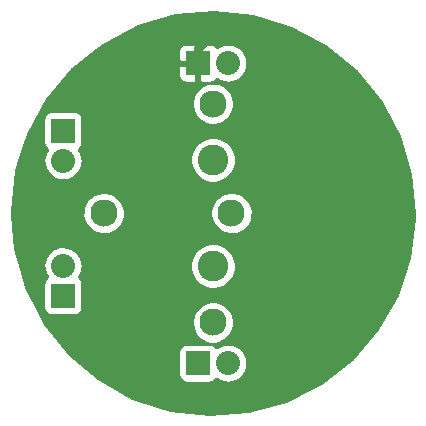
<source format=gtl>
%TF.GenerationSoftware,KiCad,Pcbnew,4.1.0-alpha+201609021633+7109~49~ubuntu16.04.1-product*%
%TF.CreationDate,2016-09-14T14:31:16+05:30*%
%TF.ProjectId,OTS2_encA,4F5453325F656E63412E6B696361645F,rev?*%
%TF.FileFunction,Copper,L1,Top,Signal*%
%FSLAX46Y46*%
G04 Gerber Fmt 4.6, Leading zero omitted, Abs format (unit mm)*
G04 Created by KiCad (PCBNEW 4.1.0-alpha+201609021633+7109~49~ubuntu16.04.1-product) date Wed Sep 14 14:31:16 2016*
%MOMM*%
%LPD*%
G01*
G04 APERTURE LIST*
%ADD10C,0.101600*%
%ADD11C,2.300000*%
%ADD12C,2.600000*%
%ADD13R,2.032000X2.032000*%
%ADD14O,2.032000X2.032000*%
%ADD15C,0.762000*%
%ADD16C,0.762000*%
%ADD17C,0.254000*%
G04 APERTURE END LIST*
D10*
D11*
X44115000Y-91440000D03*
D12*
X42545000Y-86940000D03*
D11*
X42545000Y-82180000D03*
D12*
X42545000Y-95940000D03*
D11*
X42545000Y-100700000D03*
X33285000Y-91440000D03*
D13*
X29845000Y-98425000D03*
D14*
X29845000Y-95885000D03*
D13*
X29845000Y-84455000D03*
D14*
X29845000Y-86995000D03*
D13*
X41275000Y-78740000D03*
D14*
X43815000Y-78740000D03*
D13*
X41275000Y-104140000D03*
D14*
X43815000Y-104140000D03*
D15*
X29845000Y-95885000D03*
X46990000Y-80264000D03*
D16*
X45974000Y-76454000D02*
X42291000Y-76454000D01*
X42291000Y-76454000D02*
X41275000Y-77470000D01*
X41275000Y-77470000D02*
X41275000Y-78740000D01*
X46990000Y-77470000D02*
X45974000Y-76454000D01*
X46990000Y-80264000D02*
X46990000Y-77470000D01*
D17*
G36*
X45972051Y-74744707D02*
X49149583Y-75728318D01*
X52075548Y-77310381D01*
X54638498Y-79430637D01*
X56740810Y-82008326D01*
X58302408Y-84945265D01*
X59263811Y-88129586D01*
X59588400Y-91440000D01*
X59581755Y-91915880D01*
X59164861Y-95215940D01*
X58114921Y-98372175D01*
X56471927Y-101264367D01*
X54298462Y-103782351D01*
X51677310Y-105830219D01*
X48708312Y-107329967D01*
X45504555Y-108224472D01*
X42188070Y-108479662D01*
X38885180Y-108085816D01*
X35721691Y-107057937D01*
X32818100Y-105435174D01*
X30285004Y-103279340D01*
X30161883Y-103124000D01*
X39620928Y-103124000D01*
X39620928Y-105156000D01*
X39633188Y-105280482D01*
X39669498Y-105400180D01*
X39728463Y-105510494D01*
X39807815Y-105607185D01*
X39904506Y-105686537D01*
X40014820Y-105745502D01*
X40134518Y-105781812D01*
X40259000Y-105794072D01*
X42291000Y-105794072D01*
X42415482Y-105781812D01*
X42535180Y-105745502D01*
X42645494Y-105686537D01*
X42742185Y-105607185D01*
X42821537Y-105510494D01*
X42840761Y-105474528D01*
X42891773Y-105516729D01*
X43175212Y-105669984D01*
X43483020Y-105765267D01*
X43803474Y-105798948D01*
X44124367Y-105769744D01*
X44433475Y-105678769D01*
X44719027Y-105529486D01*
X44970144Y-105327582D01*
X45177262Y-105080749D01*
X45332492Y-104798386D01*
X45429922Y-104491250D01*
X45465839Y-104171040D01*
X45466000Y-104147988D01*
X45466000Y-104132012D01*
X45434557Y-103811331D01*
X45341426Y-103502865D01*
X45190153Y-103218363D01*
X44986501Y-102968661D01*
X44738227Y-102763271D01*
X44454788Y-102610016D01*
X44146980Y-102514733D01*
X43826526Y-102481052D01*
X43505633Y-102510256D01*
X43196525Y-102601231D01*
X42910973Y-102750514D01*
X42841320Y-102806517D01*
X42821537Y-102769506D01*
X42742185Y-102672815D01*
X42645494Y-102593463D01*
X42535180Y-102534498D01*
X42415482Y-102498188D01*
X42291000Y-102485928D01*
X40259000Y-102485928D01*
X40134518Y-102498188D01*
X40014820Y-102534498D01*
X39904506Y-102593463D01*
X39807815Y-102672815D01*
X39728463Y-102769506D01*
X39669498Y-102879820D01*
X39633188Y-102999518D01*
X39620928Y-103124000D01*
X30161883Y-103124000D01*
X28359602Y-100850088D01*
X40757654Y-100850088D01*
X40820845Y-101194393D01*
X40949710Y-101519868D01*
X41139338Y-101814114D01*
X41382508Y-102065923D01*
X41669957Y-102265705D01*
X41990736Y-102405850D01*
X42332626Y-102481020D01*
X42682606Y-102488351D01*
X43027345Y-102427564D01*
X43353711Y-102300975D01*
X43649273Y-102113405D01*
X43902774Y-101871999D01*
X44104558Y-101585952D01*
X44246939Y-101266160D01*
X44324494Y-100924802D01*
X44330077Y-100524972D01*
X44262084Y-100181582D01*
X44128687Y-99857938D01*
X43934969Y-99566369D01*
X43688307Y-99317979D01*
X43398097Y-99122230D01*
X43075393Y-98986577D01*
X42732486Y-98916189D01*
X42382438Y-98913745D01*
X42038582Y-98979339D01*
X41714015Y-99110472D01*
X41421100Y-99302151D01*
X41170994Y-99547072D01*
X40973224Y-99835909D01*
X40835322Y-100157658D01*
X40762541Y-100500065D01*
X40757654Y-100850088D01*
X28359602Y-100850088D01*
X28218887Y-100672550D01*
X26698447Y-97714094D01*
X26170658Y-95873474D01*
X28186052Y-95873474D01*
X28215256Y-96194367D01*
X28306231Y-96503475D01*
X28455514Y-96789027D01*
X28511517Y-96858680D01*
X28474506Y-96878463D01*
X28377815Y-96957815D01*
X28298463Y-97054506D01*
X28239498Y-97164820D01*
X28203188Y-97284518D01*
X28190928Y-97409000D01*
X28190928Y-99441000D01*
X28203188Y-99565482D01*
X28239498Y-99685180D01*
X28298463Y-99795494D01*
X28377815Y-99892185D01*
X28474506Y-99971537D01*
X28584820Y-100030502D01*
X28704518Y-100066812D01*
X28829000Y-100079072D01*
X30861000Y-100079072D01*
X30985482Y-100066812D01*
X31105180Y-100030502D01*
X31215494Y-99971537D01*
X31312185Y-99892185D01*
X31391537Y-99795494D01*
X31450502Y-99685180D01*
X31486812Y-99565482D01*
X31499072Y-99441000D01*
X31499072Y-97409000D01*
X31486812Y-97284518D01*
X31450502Y-97164820D01*
X31391537Y-97054506D01*
X31312185Y-96957815D01*
X31215494Y-96878463D01*
X31179528Y-96859239D01*
X31221729Y-96808227D01*
X31374984Y-96524788D01*
X31470267Y-96216980D01*
X31482278Y-96102700D01*
X40607456Y-96102700D01*
X40675958Y-96475939D01*
X40815652Y-96828764D01*
X41021215Y-97147737D01*
X41284820Y-97420707D01*
X41596424Y-97637277D01*
X41944159Y-97789199D01*
X42314780Y-97870685D01*
X42694170Y-97878632D01*
X43067878Y-97812738D01*
X43421670Y-97675511D01*
X43742069Y-97472179D01*
X44016873Y-97210487D01*
X44235614Y-96900402D01*
X44389959Y-96553736D01*
X44474031Y-96183693D01*
X44480083Y-95750263D01*
X44406377Y-95378017D01*
X44261771Y-95027177D01*
X44051773Y-94711106D01*
X43784384Y-94441843D01*
X43469786Y-94229644D01*
X43119964Y-94082592D01*
X42748241Y-94006288D01*
X42368777Y-94003639D01*
X41996026Y-94074745D01*
X41644184Y-94216899D01*
X41326655Y-94424684D01*
X41055532Y-94690188D01*
X40841142Y-95003296D01*
X40691651Y-95352083D01*
X40612754Y-95723264D01*
X40607456Y-96102700D01*
X31482278Y-96102700D01*
X31503948Y-95896526D01*
X31474744Y-95575633D01*
X31383769Y-95266525D01*
X31234486Y-94980973D01*
X31032582Y-94729856D01*
X30785749Y-94522738D01*
X30503386Y-94367508D01*
X30196250Y-94270078D01*
X29876040Y-94234161D01*
X29852988Y-94234000D01*
X29837012Y-94234000D01*
X29516331Y-94265443D01*
X29207865Y-94358574D01*
X28923363Y-94509847D01*
X28673661Y-94713499D01*
X28468271Y-94961773D01*
X28315016Y-95245212D01*
X28219733Y-95553020D01*
X28186052Y-95873474D01*
X26170658Y-95873474D01*
X25781598Y-94516660D01*
X25535847Y-91590088D01*
X31497654Y-91590088D01*
X31560845Y-91934393D01*
X31689710Y-92259868D01*
X31879338Y-92554114D01*
X32122508Y-92805923D01*
X32409957Y-93005705D01*
X32730736Y-93145850D01*
X33072626Y-93221020D01*
X33422606Y-93228351D01*
X33767345Y-93167564D01*
X34093711Y-93040975D01*
X34389273Y-92853405D01*
X34642774Y-92611999D01*
X34844558Y-92325952D01*
X34986939Y-92006160D01*
X35064494Y-91664802D01*
X35065537Y-91590088D01*
X42327654Y-91590088D01*
X42390845Y-91934393D01*
X42519710Y-92259868D01*
X42709338Y-92554114D01*
X42952508Y-92805923D01*
X43239957Y-93005705D01*
X43560736Y-93145850D01*
X43902626Y-93221020D01*
X44252606Y-93228351D01*
X44597345Y-93167564D01*
X44923711Y-93040975D01*
X45219273Y-92853405D01*
X45472774Y-92611999D01*
X45674558Y-92325952D01*
X45816939Y-92006160D01*
X45894494Y-91664802D01*
X45900077Y-91264972D01*
X45832084Y-90921582D01*
X45698687Y-90597938D01*
X45504969Y-90306369D01*
X45258307Y-90057979D01*
X44968097Y-89862230D01*
X44645393Y-89726577D01*
X44302486Y-89656189D01*
X43952438Y-89653745D01*
X43608582Y-89719339D01*
X43284015Y-89850472D01*
X42991100Y-90042151D01*
X42740994Y-90287072D01*
X42543224Y-90575909D01*
X42405322Y-90897658D01*
X42332541Y-91240065D01*
X42327654Y-91590088D01*
X35065537Y-91590088D01*
X35070077Y-91264972D01*
X35002084Y-90921582D01*
X34868687Y-90597938D01*
X34674969Y-90306369D01*
X34428307Y-90057979D01*
X34138097Y-89862230D01*
X33815393Y-89726577D01*
X33472486Y-89656189D01*
X33122438Y-89653745D01*
X32778582Y-89719339D01*
X32454015Y-89850472D01*
X32161100Y-90042151D01*
X31910994Y-90287072D01*
X31713224Y-90575909D01*
X31575322Y-90897658D01*
X31502541Y-91240065D01*
X31497654Y-91590088D01*
X25535847Y-91590088D01*
X25503261Y-91202037D01*
X25874039Y-87896478D01*
X26163660Y-86983474D01*
X28186052Y-86983474D01*
X28215256Y-87304367D01*
X28306231Y-87613475D01*
X28455514Y-87899027D01*
X28657418Y-88150144D01*
X28904251Y-88357262D01*
X29186614Y-88512492D01*
X29493750Y-88609922D01*
X29813960Y-88645839D01*
X29837012Y-88646000D01*
X29852988Y-88646000D01*
X30173669Y-88614557D01*
X30482135Y-88521426D01*
X30766637Y-88370153D01*
X31016339Y-88166501D01*
X31221729Y-87918227D01*
X31374984Y-87634788D01*
X31470267Y-87326980D01*
X31493839Y-87102700D01*
X40607456Y-87102700D01*
X40675958Y-87475939D01*
X40815652Y-87828764D01*
X41021215Y-88147737D01*
X41284820Y-88420707D01*
X41596424Y-88637277D01*
X41944159Y-88789199D01*
X42314780Y-88870685D01*
X42694170Y-88878632D01*
X43067878Y-88812738D01*
X43421670Y-88675511D01*
X43742069Y-88472179D01*
X44016873Y-88210487D01*
X44235614Y-87900402D01*
X44389959Y-87553736D01*
X44474031Y-87183693D01*
X44480083Y-86750263D01*
X44406377Y-86378017D01*
X44261771Y-86027177D01*
X44051773Y-85711106D01*
X43784384Y-85441843D01*
X43469786Y-85229644D01*
X43119964Y-85082592D01*
X42748241Y-85006288D01*
X42368777Y-85003639D01*
X41996026Y-85074745D01*
X41644184Y-85216899D01*
X41326655Y-85424684D01*
X41055532Y-85690188D01*
X40841142Y-86003296D01*
X40691651Y-86352083D01*
X40612754Y-86723264D01*
X40607456Y-87102700D01*
X31493839Y-87102700D01*
X31503948Y-87006526D01*
X31474744Y-86685633D01*
X31383769Y-86376525D01*
X31234486Y-86090973D01*
X31178483Y-86021320D01*
X31215494Y-86001537D01*
X31312185Y-85922185D01*
X31391537Y-85825494D01*
X31450502Y-85715180D01*
X31486812Y-85595482D01*
X31499072Y-85471000D01*
X31499072Y-83439000D01*
X31486812Y-83314518D01*
X31450502Y-83194820D01*
X31391537Y-83084506D01*
X31312185Y-82987815D01*
X31215494Y-82908463D01*
X31105180Y-82849498D01*
X30985482Y-82813188D01*
X30861000Y-82800928D01*
X28829000Y-82800928D01*
X28704518Y-82813188D01*
X28584820Y-82849498D01*
X28474506Y-82908463D01*
X28377815Y-82987815D01*
X28298463Y-83084506D01*
X28239498Y-83194820D01*
X28203188Y-83314518D01*
X28190928Y-83439000D01*
X28190928Y-85471000D01*
X28203188Y-85595482D01*
X28239498Y-85715180D01*
X28298463Y-85825494D01*
X28377815Y-85922185D01*
X28474506Y-86001537D01*
X28510472Y-86020761D01*
X28468271Y-86071773D01*
X28315016Y-86355212D01*
X28219733Y-86663020D01*
X28186052Y-86983474D01*
X26163660Y-86983474D01*
X26879809Y-84725890D01*
X28196912Y-82330088D01*
X40757654Y-82330088D01*
X40820845Y-82674393D01*
X40949710Y-82999868D01*
X41139338Y-83294114D01*
X41382508Y-83545923D01*
X41669957Y-83745705D01*
X41990736Y-83885850D01*
X42332626Y-83961020D01*
X42682606Y-83968351D01*
X43027345Y-83907564D01*
X43353711Y-83780975D01*
X43649273Y-83593405D01*
X43902774Y-83351999D01*
X44104558Y-83065952D01*
X44246939Y-82746160D01*
X44324494Y-82404802D01*
X44330077Y-82004972D01*
X44262084Y-81661582D01*
X44128687Y-81337938D01*
X43934969Y-81046369D01*
X43688307Y-80797979D01*
X43398097Y-80602230D01*
X43075393Y-80466577D01*
X42732486Y-80396189D01*
X42382438Y-80393745D01*
X42038582Y-80459339D01*
X41714015Y-80590472D01*
X41421100Y-80782151D01*
X41170994Y-81027072D01*
X40973224Y-81315909D01*
X40835322Y-81637658D01*
X40762541Y-81980065D01*
X40757654Y-82330088D01*
X28196912Y-82330088D01*
X28482261Y-81811041D01*
X30620358Y-79262956D01*
X30915382Y-79025750D01*
X39624000Y-79025750D01*
X39624000Y-79818542D01*
X39648403Y-79941223D01*
X39696270Y-80056785D01*
X39765763Y-80160789D01*
X39854211Y-80249237D01*
X39958215Y-80318730D01*
X40073777Y-80366597D01*
X40196458Y-80391000D01*
X40989250Y-80391000D01*
X41148000Y-80232250D01*
X41148000Y-78867000D01*
X39782750Y-78867000D01*
X39624000Y-79025750D01*
X30915382Y-79025750D01*
X32612219Y-77661458D01*
X39624000Y-77661458D01*
X39624000Y-78454250D01*
X39782750Y-78613000D01*
X41148000Y-78613000D01*
X41148000Y-77247750D01*
X41402000Y-77247750D01*
X41402000Y-78613000D01*
X41422000Y-78613000D01*
X41422000Y-78867000D01*
X41402000Y-78867000D01*
X41402000Y-80232250D01*
X41560750Y-80391000D01*
X42353542Y-80391000D01*
X42476223Y-80366597D01*
X42591785Y-80318730D01*
X42695789Y-80249237D01*
X42784237Y-80160789D01*
X42841478Y-80075121D01*
X42891773Y-80116729D01*
X43175212Y-80269984D01*
X43483020Y-80365267D01*
X43803474Y-80398948D01*
X44124367Y-80369744D01*
X44433475Y-80278769D01*
X44719027Y-80129486D01*
X44970144Y-79927582D01*
X45177262Y-79680749D01*
X45332492Y-79398386D01*
X45429922Y-79091250D01*
X45465839Y-78771040D01*
X45466000Y-78747988D01*
X45466000Y-78732012D01*
X45434557Y-78411331D01*
X45341426Y-78102865D01*
X45190153Y-77818363D01*
X44986501Y-77568661D01*
X44738227Y-77363271D01*
X44454788Y-77210016D01*
X44146980Y-77114733D01*
X43826526Y-77081052D01*
X43505633Y-77110256D01*
X43196525Y-77201231D01*
X42910973Y-77350514D01*
X42842135Y-77405862D01*
X42784237Y-77319211D01*
X42695789Y-77230763D01*
X42591785Y-77161270D01*
X42476223Y-77113403D01*
X42353542Y-77089000D01*
X41560750Y-77089000D01*
X41402000Y-77247750D01*
X41148000Y-77247750D01*
X40989250Y-77089000D01*
X40196458Y-77089000D01*
X40073777Y-77113403D01*
X39958215Y-77161270D01*
X39854211Y-77230763D01*
X39765763Y-77319211D01*
X39696270Y-77423215D01*
X39648403Y-77538777D01*
X39624000Y-77661458D01*
X32612219Y-77661458D01*
X33212661Y-77178691D01*
X36160430Y-75637635D01*
X39351385Y-74698485D01*
X42663984Y-74397015D01*
X45972051Y-74744707D01*
X45972051Y-74744707D01*
G37*
X45972051Y-74744707D02*
X49149583Y-75728318D01*
X52075548Y-77310381D01*
X54638498Y-79430637D01*
X56740810Y-82008326D01*
X58302408Y-84945265D01*
X59263811Y-88129586D01*
X59588400Y-91440000D01*
X59581755Y-91915880D01*
X59164861Y-95215940D01*
X58114921Y-98372175D01*
X56471927Y-101264367D01*
X54298462Y-103782351D01*
X51677310Y-105830219D01*
X48708312Y-107329967D01*
X45504555Y-108224472D01*
X42188070Y-108479662D01*
X38885180Y-108085816D01*
X35721691Y-107057937D01*
X32818100Y-105435174D01*
X30285004Y-103279340D01*
X30161883Y-103124000D01*
X39620928Y-103124000D01*
X39620928Y-105156000D01*
X39633188Y-105280482D01*
X39669498Y-105400180D01*
X39728463Y-105510494D01*
X39807815Y-105607185D01*
X39904506Y-105686537D01*
X40014820Y-105745502D01*
X40134518Y-105781812D01*
X40259000Y-105794072D01*
X42291000Y-105794072D01*
X42415482Y-105781812D01*
X42535180Y-105745502D01*
X42645494Y-105686537D01*
X42742185Y-105607185D01*
X42821537Y-105510494D01*
X42840761Y-105474528D01*
X42891773Y-105516729D01*
X43175212Y-105669984D01*
X43483020Y-105765267D01*
X43803474Y-105798948D01*
X44124367Y-105769744D01*
X44433475Y-105678769D01*
X44719027Y-105529486D01*
X44970144Y-105327582D01*
X45177262Y-105080749D01*
X45332492Y-104798386D01*
X45429922Y-104491250D01*
X45465839Y-104171040D01*
X45466000Y-104147988D01*
X45466000Y-104132012D01*
X45434557Y-103811331D01*
X45341426Y-103502865D01*
X45190153Y-103218363D01*
X44986501Y-102968661D01*
X44738227Y-102763271D01*
X44454788Y-102610016D01*
X44146980Y-102514733D01*
X43826526Y-102481052D01*
X43505633Y-102510256D01*
X43196525Y-102601231D01*
X42910973Y-102750514D01*
X42841320Y-102806517D01*
X42821537Y-102769506D01*
X42742185Y-102672815D01*
X42645494Y-102593463D01*
X42535180Y-102534498D01*
X42415482Y-102498188D01*
X42291000Y-102485928D01*
X40259000Y-102485928D01*
X40134518Y-102498188D01*
X40014820Y-102534498D01*
X39904506Y-102593463D01*
X39807815Y-102672815D01*
X39728463Y-102769506D01*
X39669498Y-102879820D01*
X39633188Y-102999518D01*
X39620928Y-103124000D01*
X30161883Y-103124000D01*
X28359602Y-100850088D01*
X40757654Y-100850088D01*
X40820845Y-101194393D01*
X40949710Y-101519868D01*
X41139338Y-101814114D01*
X41382508Y-102065923D01*
X41669957Y-102265705D01*
X41990736Y-102405850D01*
X42332626Y-102481020D01*
X42682606Y-102488351D01*
X43027345Y-102427564D01*
X43353711Y-102300975D01*
X43649273Y-102113405D01*
X43902774Y-101871999D01*
X44104558Y-101585952D01*
X44246939Y-101266160D01*
X44324494Y-100924802D01*
X44330077Y-100524972D01*
X44262084Y-100181582D01*
X44128687Y-99857938D01*
X43934969Y-99566369D01*
X43688307Y-99317979D01*
X43398097Y-99122230D01*
X43075393Y-98986577D01*
X42732486Y-98916189D01*
X42382438Y-98913745D01*
X42038582Y-98979339D01*
X41714015Y-99110472D01*
X41421100Y-99302151D01*
X41170994Y-99547072D01*
X40973224Y-99835909D01*
X40835322Y-100157658D01*
X40762541Y-100500065D01*
X40757654Y-100850088D01*
X28359602Y-100850088D01*
X28218887Y-100672550D01*
X26698447Y-97714094D01*
X26170658Y-95873474D01*
X28186052Y-95873474D01*
X28215256Y-96194367D01*
X28306231Y-96503475D01*
X28455514Y-96789027D01*
X28511517Y-96858680D01*
X28474506Y-96878463D01*
X28377815Y-96957815D01*
X28298463Y-97054506D01*
X28239498Y-97164820D01*
X28203188Y-97284518D01*
X28190928Y-97409000D01*
X28190928Y-99441000D01*
X28203188Y-99565482D01*
X28239498Y-99685180D01*
X28298463Y-99795494D01*
X28377815Y-99892185D01*
X28474506Y-99971537D01*
X28584820Y-100030502D01*
X28704518Y-100066812D01*
X28829000Y-100079072D01*
X30861000Y-100079072D01*
X30985482Y-100066812D01*
X31105180Y-100030502D01*
X31215494Y-99971537D01*
X31312185Y-99892185D01*
X31391537Y-99795494D01*
X31450502Y-99685180D01*
X31486812Y-99565482D01*
X31499072Y-99441000D01*
X31499072Y-97409000D01*
X31486812Y-97284518D01*
X31450502Y-97164820D01*
X31391537Y-97054506D01*
X31312185Y-96957815D01*
X31215494Y-96878463D01*
X31179528Y-96859239D01*
X31221729Y-96808227D01*
X31374984Y-96524788D01*
X31470267Y-96216980D01*
X31482278Y-96102700D01*
X40607456Y-96102700D01*
X40675958Y-96475939D01*
X40815652Y-96828764D01*
X41021215Y-97147737D01*
X41284820Y-97420707D01*
X41596424Y-97637277D01*
X41944159Y-97789199D01*
X42314780Y-97870685D01*
X42694170Y-97878632D01*
X43067878Y-97812738D01*
X43421670Y-97675511D01*
X43742069Y-97472179D01*
X44016873Y-97210487D01*
X44235614Y-96900402D01*
X44389959Y-96553736D01*
X44474031Y-96183693D01*
X44480083Y-95750263D01*
X44406377Y-95378017D01*
X44261771Y-95027177D01*
X44051773Y-94711106D01*
X43784384Y-94441843D01*
X43469786Y-94229644D01*
X43119964Y-94082592D01*
X42748241Y-94006288D01*
X42368777Y-94003639D01*
X41996026Y-94074745D01*
X41644184Y-94216899D01*
X41326655Y-94424684D01*
X41055532Y-94690188D01*
X40841142Y-95003296D01*
X40691651Y-95352083D01*
X40612754Y-95723264D01*
X40607456Y-96102700D01*
X31482278Y-96102700D01*
X31503948Y-95896526D01*
X31474744Y-95575633D01*
X31383769Y-95266525D01*
X31234486Y-94980973D01*
X31032582Y-94729856D01*
X30785749Y-94522738D01*
X30503386Y-94367508D01*
X30196250Y-94270078D01*
X29876040Y-94234161D01*
X29852988Y-94234000D01*
X29837012Y-94234000D01*
X29516331Y-94265443D01*
X29207865Y-94358574D01*
X28923363Y-94509847D01*
X28673661Y-94713499D01*
X28468271Y-94961773D01*
X28315016Y-95245212D01*
X28219733Y-95553020D01*
X28186052Y-95873474D01*
X26170658Y-95873474D01*
X25781598Y-94516660D01*
X25535847Y-91590088D01*
X31497654Y-91590088D01*
X31560845Y-91934393D01*
X31689710Y-92259868D01*
X31879338Y-92554114D01*
X32122508Y-92805923D01*
X32409957Y-93005705D01*
X32730736Y-93145850D01*
X33072626Y-93221020D01*
X33422606Y-93228351D01*
X33767345Y-93167564D01*
X34093711Y-93040975D01*
X34389273Y-92853405D01*
X34642774Y-92611999D01*
X34844558Y-92325952D01*
X34986939Y-92006160D01*
X35064494Y-91664802D01*
X35065537Y-91590088D01*
X42327654Y-91590088D01*
X42390845Y-91934393D01*
X42519710Y-92259868D01*
X42709338Y-92554114D01*
X42952508Y-92805923D01*
X43239957Y-93005705D01*
X43560736Y-93145850D01*
X43902626Y-93221020D01*
X44252606Y-93228351D01*
X44597345Y-93167564D01*
X44923711Y-93040975D01*
X45219273Y-92853405D01*
X45472774Y-92611999D01*
X45674558Y-92325952D01*
X45816939Y-92006160D01*
X45894494Y-91664802D01*
X45900077Y-91264972D01*
X45832084Y-90921582D01*
X45698687Y-90597938D01*
X45504969Y-90306369D01*
X45258307Y-90057979D01*
X44968097Y-89862230D01*
X44645393Y-89726577D01*
X44302486Y-89656189D01*
X43952438Y-89653745D01*
X43608582Y-89719339D01*
X43284015Y-89850472D01*
X42991100Y-90042151D01*
X42740994Y-90287072D01*
X42543224Y-90575909D01*
X42405322Y-90897658D01*
X42332541Y-91240065D01*
X42327654Y-91590088D01*
X35065537Y-91590088D01*
X35070077Y-91264972D01*
X35002084Y-90921582D01*
X34868687Y-90597938D01*
X34674969Y-90306369D01*
X34428307Y-90057979D01*
X34138097Y-89862230D01*
X33815393Y-89726577D01*
X33472486Y-89656189D01*
X33122438Y-89653745D01*
X32778582Y-89719339D01*
X32454015Y-89850472D01*
X32161100Y-90042151D01*
X31910994Y-90287072D01*
X31713224Y-90575909D01*
X31575322Y-90897658D01*
X31502541Y-91240065D01*
X31497654Y-91590088D01*
X25535847Y-91590088D01*
X25503261Y-91202037D01*
X25874039Y-87896478D01*
X26163660Y-86983474D01*
X28186052Y-86983474D01*
X28215256Y-87304367D01*
X28306231Y-87613475D01*
X28455514Y-87899027D01*
X28657418Y-88150144D01*
X28904251Y-88357262D01*
X29186614Y-88512492D01*
X29493750Y-88609922D01*
X29813960Y-88645839D01*
X29837012Y-88646000D01*
X29852988Y-88646000D01*
X30173669Y-88614557D01*
X30482135Y-88521426D01*
X30766637Y-88370153D01*
X31016339Y-88166501D01*
X31221729Y-87918227D01*
X31374984Y-87634788D01*
X31470267Y-87326980D01*
X31493839Y-87102700D01*
X40607456Y-87102700D01*
X40675958Y-87475939D01*
X40815652Y-87828764D01*
X41021215Y-88147737D01*
X41284820Y-88420707D01*
X41596424Y-88637277D01*
X41944159Y-88789199D01*
X42314780Y-88870685D01*
X42694170Y-88878632D01*
X43067878Y-88812738D01*
X43421670Y-88675511D01*
X43742069Y-88472179D01*
X44016873Y-88210487D01*
X44235614Y-87900402D01*
X44389959Y-87553736D01*
X44474031Y-87183693D01*
X44480083Y-86750263D01*
X44406377Y-86378017D01*
X44261771Y-86027177D01*
X44051773Y-85711106D01*
X43784384Y-85441843D01*
X43469786Y-85229644D01*
X43119964Y-85082592D01*
X42748241Y-85006288D01*
X42368777Y-85003639D01*
X41996026Y-85074745D01*
X41644184Y-85216899D01*
X41326655Y-85424684D01*
X41055532Y-85690188D01*
X40841142Y-86003296D01*
X40691651Y-86352083D01*
X40612754Y-86723264D01*
X40607456Y-87102700D01*
X31493839Y-87102700D01*
X31503948Y-87006526D01*
X31474744Y-86685633D01*
X31383769Y-86376525D01*
X31234486Y-86090973D01*
X31178483Y-86021320D01*
X31215494Y-86001537D01*
X31312185Y-85922185D01*
X31391537Y-85825494D01*
X31450502Y-85715180D01*
X31486812Y-85595482D01*
X31499072Y-85471000D01*
X31499072Y-83439000D01*
X31486812Y-83314518D01*
X31450502Y-83194820D01*
X31391537Y-83084506D01*
X31312185Y-82987815D01*
X31215494Y-82908463D01*
X31105180Y-82849498D01*
X30985482Y-82813188D01*
X30861000Y-82800928D01*
X28829000Y-82800928D01*
X28704518Y-82813188D01*
X28584820Y-82849498D01*
X28474506Y-82908463D01*
X28377815Y-82987815D01*
X28298463Y-83084506D01*
X28239498Y-83194820D01*
X28203188Y-83314518D01*
X28190928Y-83439000D01*
X28190928Y-85471000D01*
X28203188Y-85595482D01*
X28239498Y-85715180D01*
X28298463Y-85825494D01*
X28377815Y-85922185D01*
X28474506Y-86001537D01*
X28510472Y-86020761D01*
X28468271Y-86071773D01*
X28315016Y-86355212D01*
X28219733Y-86663020D01*
X28186052Y-86983474D01*
X26163660Y-86983474D01*
X26879809Y-84725890D01*
X28196912Y-82330088D01*
X40757654Y-82330088D01*
X40820845Y-82674393D01*
X40949710Y-82999868D01*
X41139338Y-83294114D01*
X41382508Y-83545923D01*
X41669957Y-83745705D01*
X41990736Y-83885850D01*
X42332626Y-83961020D01*
X42682606Y-83968351D01*
X43027345Y-83907564D01*
X43353711Y-83780975D01*
X43649273Y-83593405D01*
X43902774Y-83351999D01*
X44104558Y-83065952D01*
X44246939Y-82746160D01*
X44324494Y-82404802D01*
X44330077Y-82004972D01*
X44262084Y-81661582D01*
X44128687Y-81337938D01*
X43934969Y-81046369D01*
X43688307Y-80797979D01*
X43398097Y-80602230D01*
X43075393Y-80466577D01*
X42732486Y-80396189D01*
X42382438Y-80393745D01*
X42038582Y-80459339D01*
X41714015Y-80590472D01*
X41421100Y-80782151D01*
X41170994Y-81027072D01*
X40973224Y-81315909D01*
X40835322Y-81637658D01*
X40762541Y-81980065D01*
X40757654Y-82330088D01*
X28196912Y-82330088D01*
X28482261Y-81811041D01*
X30620358Y-79262956D01*
X30915382Y-79025750D01*
X39624000Y-79025750D01*
X39624000Y-79818542D01*
X39648403Y-79941223D01*
X39696270Y-80056785D01*
X39765763Y-80160789D01*
X39854211Y-80249237D01*
X39958215Y-80318730D01*
X40073777Y-80366597D01*
X40196458Y-80391000D01*
X40989250Y-80391000D01*
X41148000Y-80232250D01*
X41148000Y-78867000D01*
X39782750Y-78867000D01*
X39624000Y-79025750D01*
X30915382Y-79025750D01*
X32612219Y-77661458D01*
X39624000Y-77661458D01*
X39624000Y-78454250D01*
X39782750Y-78613000D01*
X41148000Y-78613000D01*
X41148000Y-77247750D01*
X41402000Y-77247750D01*
X41402000Y-78613000D01*
X41422000Y-78613000D01*
X41422000Y-78867000D01*
X41402000Y-78867000D01*
X41402000Y-80232250D01*
X41560750Y-80391000D01*
X42353542Y-80391000D01*
X42476223Y-80366597D01*
X42591785Y-80318730D01*
X42695789Y-80249237D01*
X42784237Y-80160789D01*
X42841478Y-80075121D01*
X42891773Y-80116729D01*
X43175212Y-80269984D01*
X43483020Y-80365267D01*
X43803474Y-80398948D01*
X44124367Y-80369744D01*
X44433475Y-80278769D01*
X44719027Y-80129486D01*
X44970144Y-79927582D01*
X45177262Y-79680749D01*
X45332492Y-79398386D01*
X45429922Y-79091250D01*
X45465839Y-78771040D01*
X45466000Y-78747988D01*
X45466000Y-78732012D01*
X45434557Y-78411331D01*
X45341426Y-78102865D01*
X45190153Y-77818363D01*
X44986501Y-77568661D01*
X44738227Y-77363271D01*
X44454788Y-77210016D01*
X44146980Y-77114733D01*
X43826526Y-77081052D01*
X43505633Y-77110256D01*
X43196525Y-77201231D01*
X42910973Y-77350514D01*
X42842135Y-77405862D01*
X42784237Y-77319211D01*
X42695789Y-77230763D01*
X42591785Y-77161270D01*
X42476223Y-77113403D01*
X42353542Y-77089000D01*
X41560750Y-77089000D01*
X41402000Y-77247750D01*
X41148000Y-77247750D01*
X40989250Y-77089000D01*
X40196458Y-77089000D01*
X40073777Y-77113403D01*
X39958215Y-77161270D01*
X39854211Y-77230763D01*
X39765763Y-77319211D01*
X39696270Y-77423215D01*
X39648403Y-77538777D01*
X39624000Y-77661458D01*
X32612219Y-77661458D01*
X33212661Y-77178691D01*
X36160430Y-75637635D01*
X39351385Y-74698485D01*
X42663984Y-74397015D01*
X45972051Y-74744707D01*
M02*

</source>
